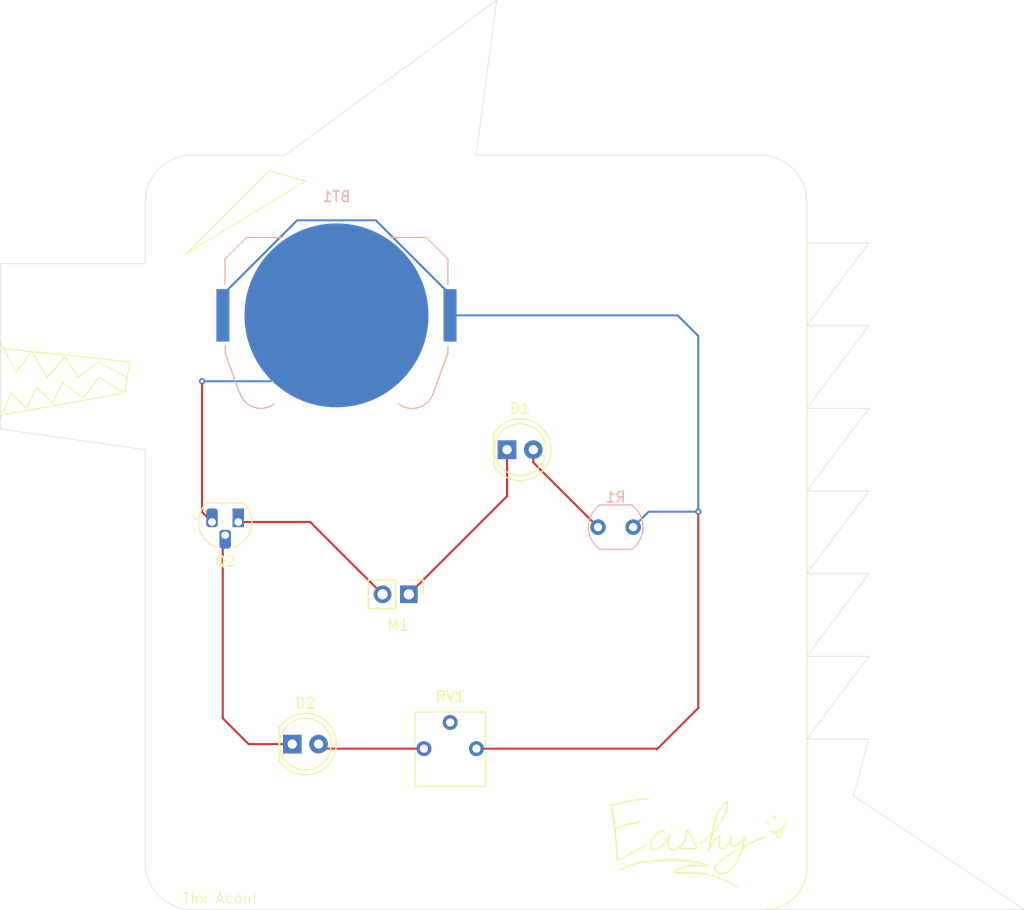
<source format=kicad_pcb>
(kicad_pcb (version 20241229) (generator "pcbnew") (generator_version "9.0")
  (layers (0 "F.Cu" signal) (2 "B.Cu" signal) (13 "F.Paste" user) (15 "B.Paste" user) (5 "F.SilkS" user "F.Silkscreen") (7 "B.SilkS" user "B.Silkscreen") (1 "F.Mask" user) (3 "B.Mask" user) (25 "Edge.Cuts" user))
  (net 0 "")
  (net 1 "Net-(BT1-+)")
  (net 2 "Net-(BT1--)")
  (net 3 "Net-(D1-K)")
  (net 4 "Net-(D1-A)")
  (net 5 "Net-(D2-K)")
  (net 6 "Net-(D2-A)")
  (net 8 "Net-(M1--)")
  (footprint "LED_THT:LED_D5.0mm" (layer "F.Cu") (at 142.225 122)
    (property "Reference" "D2" (at 1.27 -3.96 0) (layer "F.SilkS"))
    (property "Value" "LED")
    (fp_line (start -1.29 -1.545) (end -1.29 1.545) (stroke (width 0.12)) (layer "F.SilkS"))
    (fp_arc (start -1.29 -1.54483) (mid 2.071756 -2.880501) (end 4.26 -0.000048) (stroke (width 0.12)) (layer "F.SilkS"))
    (fp_arc (start 4.26 0.000048) (mid 2.071756 2.880501) (end -1.29 1.54483) (stroke (width 0.12)) (layer "F.SilkS"))
    (fp_circle (center 1.27 0) (end 3.77 0) (stroke (width 0.12)) (fill no) (layer "F.SilkS"))
    (pad "1" thru_hole rect (at 0 0) (size 1.8 1.8) (drill 0.9) (layers "*.Cu" "*.Mask") (net 5 "Net-(D2-K)"))
    (pad "2" thru_hole circle (at 2.54 0) (size 1.8 1.8) (drill 0.9) (layers "*.Cu" "*.Mask") (net 6 "Net-(D2-A)"))
  )
  (footprint "LED_THT:LED_D5.0mm" (layer "F.Cu") (at 163 93.5)
    (property "Reference" "D1" (at 1.27 -3.96 0) (layer "F.SilkS"))
    (property "Value" "LED")
    (fp_line (start -1.29 -1.545) (end -1.29 1.545) (stroke (width 0.12)) (layer "F.SilkS"))
    (fp_arc (start -1.29 -1.54483) (mid 2.071756 -2.880501) (end 4.26 -0.000048) (stroke (width 0.12)) (layer "F.SilkS"))
    (fp_arc (start 4.26 0.000048) (mid 2.071756 2.880501) (end -1.29 1.54483) (stroke (width 0.12)) (layer "F.SilkS"))
    (fp_circle (center 1.27 0) (end 3.77 0) (stroke (width 0.12)) (fill no) (layer "F.SilkS"))
    (pad "1" thru_hole rect (at 0 0) (size 1.8 1.8) (drill 0.9) (layers "*.Cu" "*.Mask") (net 3 "Net-(D1-K)"))
    (pad "2" thru_hole circle (at 2.54 0) (size 1.8 1.8) (drill 0.9) (layers "*.Cu" "*.Mask") (net 4 "Net-(D1-A)"))
  )
  (footprint "Potentiometer_THT:Potentiometer_Vishay_T73YP_Vertical" (layer "F.Cu") (at 160.04 122.44 90)
    (property "Reference" "RV1" (at 5.04 -2.54 180) (layer "F.SilkS"))
    (property "Value" "R_Potentiometer")
    (fp_line (start 3.55 -5.95) (end 3.55 0.87) (stroke (width 0.12)) (layer "F.SilkS"))
    (fp_line (start 0.382 -5.95) (end 3.55 -5.95) (stroke (width 0.12)) (layer "F.SilkS"))
    (fp_line (start -3.67 -5.95) (end -0.382 -5.95) (stroke (width 0.12)) (layer "F.SilkS"))
    (fp_line (start -3.67 -5.95) (end -3.67 0.87) (stroke (width 0.12)) (layer "F.SilkS"))
    (fp_line (start 0.382 0.87) (end 3.55 0.87) (stroke (width 0.12)) (layer "F.SilkS"))
    (fp_line (start -3.67 0.87) (end -0.382 0.87) (stroke (width 0.12)) (layer "F.SilkS"))
    (pad "1" thru_hole circle (at 0 0 90) (size 1.44 1.44) (drill 0.8) (layers "*.Cu" "*.Mask") (net 1 "Net-(BT1-+)"))
    (pad "2" thru_hole circle (at 2.54 -2.54 90) (size 1.44 1.44) (drill 0.8) (layers "*.Cu" "*.Mask"))
    (pad "3" thru_hole circle (at 0 -5.08 90) (size 1.44 1.44) (drill 0.8) (layers "*.Cu" "*.Mask") (net 6 "Net-(D2-A)"))
  )
  (footprint "Package_TO_SOT_THT:TO-92L_HandSolder" (layer "F.Cu") (at 137 100.5 180)
    (property "Reference" "Q2" (at 1.27 -3.8 0) (layer "F.SilkS"))
    (property "Value" "NPN")
    (fp_line (start -0.53 1.85) (end 3.07 1.85) (stroke (width 0.12)) (layer "F.SilkS"))
    (fp_arc (start 2.05 -2.45) (mid 3.769931 -0.601036) (end 3.078445 1.827684) (stroke (width 0.12)) (layer "F.SilkS"))
    (fp_arc (start -0.541453 1.842156) (mid -1.247298 -0.581475) (end 0.45 -2.45) (stroke (width 0.12)) (layer "F.SilkS"))
    (pad "1" thru_hole rect (at 0 0 180) (size 1.1 1.8) (drill 0.75 (offset 0 0.4)) (layers "*.Cu" "*.Mask") (net 8 "Net-(M1--)"))
    (pad "2" thru_hole roundrect (at 1.27 -1.27 180) (size 1.1 1.8) (drill 0.75 (offset 0 -0.4)) (layers "*.Cu" "*.Mask") (net 5 "Net-(D2-K)"))
    (pad "3" thru_hole roundrect (at 2.54 0 180) (size 1.1 1.8) (drill 0.75 (offset 0 0.4)) (layers "*.Cu" "*.Mask") (net 2 "Net-(BT1--)"))
  )
  (footprint "Connector_PinHeader_2.54mm:PinHeader_1x02_P2.54mm_Vertical" (layer "F.Cu") (at 153.5 107.5 -90)
    (property "Reference" "M1" (at 3 1.04 0) (layer "F.SilkS"))
    (property "Value" "Motor_DC")
    (fp_line (start -1.38 3.92) (end 1.38 3.92) (stroke (width 0.12)) (layer "F.SilkS"))
    (fp_line (start -1.38 1.27) (end -1.38 3.92) (stroke (width 0.12)) (layer "F.SilkS"))
    (fp_line (start -1.38 1.27) (end 1.38 1.27) (stroke (width 0.12)) (layer "F.SilkS"))
    (fp_line (start 1.38 1.27) (end 1.38 3.92) (stroke (width 0.12)) (layer "F.SilkS"))
    (fp_line (start -1.38 0) (end -1.38 -1.38) (stroke (width 0.12)) (layer "F.SilkS"))
    (fp_line (start -1.38 -1.38) (end 0 -1.38) (stroke (width 0.12)) (layer "F.SilkS"))
    (pad "1" thru_hole rect (at 0 0 270) (size 1.7 1.7) (drill 1) (layers "*.Cu" "*.Mask") (net 3 "Net-(D1-K)"))
    (pad "2" thru_hole circle (at 0 2.54 270) (size 1.7 1.7) (drill 1) (layers "*.Cu" "*.Mask") (net 8 "Net-(M1--)"))
  )
  (footprint "LOGO" (layer "F.Cu") (at 187.708512 136.533345)
    (property "Reference" "G***" (hide yes))
    (property "Value" "LOGO" (hide yes))
    (fp_poly (pts (xy 0.538517 -7.042367) (xy 0.623605 -6.959388) (xy 0.683189 -6.860902) (xy 0.6947 -6.808565) (xy 0.671473 -6.744429) (xy 0.605077 -6.751412) (xy 0.500445 -6.828331) (xy 0.463142 -6.864061) (xy 0.384494 -6.966384) (xy 0.374298 -7.040608) (xy 0.43288 -7.075828) (xy 0.456768 -7.077265)) (fill yes) (layer "F.SilkS"))
    (fp_poly (pts (xy 1.113663 -7.622103) (xy 1.20186 -7.565342) (xy 1.288943 -7.471345) (xy 1.354017 -7.368326) (xy 1.376189 -7.2845) (xy 1.373274 -7.271542) (xy 1.326789 -7.223161) (xy 1.261969 -7.207624) (xy 1.218606 -7.231295) (xy 1.215726 -7.246349) (xy 1.188393 -7.299179) (xy 1.119545 -7.386662) (xy 1.083493 -7.426731) (xy 1.006325 -7.531928) (xy 0.99166 -7.605862) (xy 1.037604 -7.636269)) (fill yes) (layer "F.SilkS"))
    (fp_poly (pts (xy 2.276568 -7.106103) (xy 2.334716 -7.04335) (xy 2.340986 -6.93207) (xy 2.301076 -6.788741) (xy 2.220683 -6.629842) (xy 2.105505 -6.471851) (xy 2.029434 -6.391353) (xy 1.941681 -6.30149) (xy 1.903471 -6.230238) (xy 1.903539 -6.140153) (xy 1.922375 -6.03548) (xy 1.942004 -5.886267) (xy 1.943067 -5.754626) (xy 1.936799 -5.712695) (xy 1.86601 -5.594307) (xy 1.736756 -5.514295) (xy 1.572601 -5.482531) (xy 1.428015 -5.499534) (xy 1.35019 -5.560188) (xy 1.289922 -5.679423) (xy 1.260265 -5.829099) (xy 1.259145 -5.863582) (xy 1.259145 -5.91546) (xy 1.389741 -5.91546) (xy 1.409978 -5.810936) (xy 1.452741 -5.716799) (xy 1.475599 -5.688503) (xy 1.554067 -5.630463) (xy 1.634916 -5.636996) (xy 1.670149 -5.651673) (xy 1.758587 -5.712472) (xy 1.799116 -5.770436) (xy 1.807023 -5.872111) (xy 1.78732 -5.989142) (xy 1.749179 -6.08969) (xy 1.701776 -6.141914) (xy 1.691553 -6.143761) (xy 1.649295 -6.117622) (xy 1.638322 -6.028961) (xy 1.640938 -5.98094) (xy 1.631772 -5.866629) (xy 1.593669 -5.815027) (xy 1.544364 -5.833053) (xy 1.501828 -5.926667) (xy 1.466962 -6.007986) (xy 1.431993 -6.035214) (xy 1.395816 -6.000257) (xy 1.389741 -5.91546) (xy 1.259145 -5.91546) (xy 1.259145 -5.991795) (xy 0.973304 -5.991795) (xy 0.811588 -5.99672) (xy 0.725533 -6.012939) (xy 0.704446 -6.042619) (xy 0.705384 -6.046069) (xy 0.758153 -6.07995) (xy 0.88345 -6.108129) (xy 1.026838 -6.124275) (xy 1.352074 -6.185284) (xy 1.647753 -6.309357) (xy 1.898533 -6.487282) (xy 2.089076 -6.709845) (xy 2.135384 -6.790078) (xy 2.185975 -6.901843) (xy 2.191682 -6.964046) (xy 2.164335 -6.994509) (xy 2.135355 -7.043295) (xy 2.165962 -7.091039) (xy 2.231996 -7.113723)) (fill yes) (layer "F.SilkS"))
    (fp_poly (pts (xy -8.035592 -3.371414) (xy -7.536642 -3.349124) (xy -7.095469 -3.311197) (xy -6.729915 -3.258022) (xy -6.428553 -3.195467) (xy -6.135539 -3.123477) (xy -5.862902 -3.046112) (xy -5.622673 -2.967431) (xy -5.42688 -2.891496) (xy -5.287553 -2.822367) (xy -5.21672 -2.764104) (xy -5.210257 -2.745067) (xy -5.219071 -2.722454) (xy -5.252726 -2.706417) (xy -5.322039 -2.696442) (xy -5.437827 -2.692015) (xy -5.610909 -2.692624) (xy -5.852102 -2.697755) (xy -6.075381 -2.704001) (xy -6.376463 -2.712224) (xy -6.60824 -2.716037) (xy -6.788179 -2.714363) (xy -6.93375 -2.706124) (xy -7.06242 -2.690244) (xy -7.191658 -2.665644) (xy -7.338932 -2.631248) (xy -7.36709 -2.624331) (xy -7.564165 -2.572829) (xy -7.742908 -2.520932) (xy -7.877441 -2.476394) (xy -7.923932 -2.457505) (xy -8.041664 -2.401073) (xy -8.191103 -2.328549) (xy -8.261217 -2.294251) (xy -8.468246 -2.19265) (xy -8.304636 -2.162588) (xy -8.212125 -2.153304) (xy -8.048679 -2.144802) (xy -7.830201 -2.137584) (xy -7.572594 -2.13215) (xy -7.29176 -2.129002) (xy -7.229231 -2.12867) (xy -6.915636 -2.124376) (xy -6.593718 -2.114765) (xy -6.287324 -2.100912) (xy -6.020303 -2.083894) (xy -5.81812 -2.06498) (xy -5.590559 -2.032604) (xy -5.337286 -1.988233) (xy -5.077147 -1.93608) (xy -4.828986 -1.880358) (xy -4.611646 -1.82528) (xy -4.443972 -1.775057) (xy -4.349704 -1.736722) (xy -4.278131 -1.700944) (xy -4.150606 -1.640606) (xy -3.990417 -1.566667) (xy -3.929402 -1.538905) (xy -3.75134 -1.456596) (xy -3.543579 -1.358042) (xy -3.323373 -1.251722) (xy -3.107975 -1.146113) (xy -2.914639 -1.049693) (xy -2.760618 -0.970939) (xy -2.663166 -0.918329) (xy -2.648548 -0.909552) (xy -2.559256 -0.864314) (xy -2.464018 -0.826006) (xy -2.381224 -0.775336) (xy -2.346269 -0.713921) (xy -2.365404 -0.666406) (xy -2.420599 -0.654782) (xy -2.503248 -0.677723) (xy -2.621463 -0.731303) (xy -2.670257 -0.757832) (xy -3.0134 -0.945173) (xy -3.385593 -1.132118) (xy -3.768494 -1.310625) (xy -4.143757 -1.472649) (xy -4.493041 -1.610146) (xy -4.798002 -1.715073) (xy -4.955377 -1.75989) (xy -5.173657 -1.8132) (xy -5.373868 -1.856492) (xy -5.569777 -1.891161) (xy -5.775148 -1.9186) (xy -6.00375 -1.940205) (xy -6.269348 -1.957371) (xy -6.585709 -1.971491) (xy -6.966599 -1.983961) (xy -7.24135 -1.991479) (xy -7.612718 -2.001658) (xy -7.906829 -2.01117) (xy -8.133249 -2.020777) (xy -8.301546 -2.03124) (xy -8.421289 -2.043322) (xy -8.502046 -2.057784) (xy -8.553383 -2.075388) (xy -8.58487 -2.096896) (xy -8.586597 -2.098587) (xy -8.631887 -2.175723) (xy -8.605496 -2.252801) (xy -8.502631 -2.336926) (xy -8.37983 -2.40519) (xy -7.986531 -2.58851) (xy -7.62749 -2.718902) (xy -7.27571 -2.802205) (xy -6.904193 -2.844258) (xy -6.485942 -2.850901) (xy -6.339146 -2.846552) (xy -5.709573 -2.822444) (xy -6.013505 -2.930225) (xy -6.45777 -3.057929) (xy -6.977474 -3.153886) (xy -7.567167 -3.217938) (xy -8.221399 -3.249928) (xy -8.934722 -3.249701) (xy -9.701686 -3.217099) (xy -10.516842 -3.151966) (xy -11.180343 -3.078758) (xy -11.530065 -3.035062) (xy -11.806848 -2.998526) (xy -12.024072 -2.966797) (xy -12.195111 -2.937526) (xy -12.333345 -2.908359) (xy -12.452149 -2.876947) (xy -12.564902 -2.840938) (xy -12.597146 -2.829734) (xy -12.801468 -2.750984) (xy -13.018843 -2.656043) (xy -13.228234 -2.555274) (xy -13.408607 -2.459041) (xy -13.538927 -2.377704) (xy -13.578068 -2.346493) (xy -13.677091 -2.273487) (xy -13.742502 -2.264838) (xy -13.763761 -2.314783) (xy -13.723454 -2.403277) (xy -13.610645 -2.505537) (xy -13.437506 -2.616057) (xy -13.216207 -2.729331) (xy -12.958919 -2.839853) (xy -12.677813 -2.942118) (xy -12.38506 -3.030619) (xy -12.09283 -3.099851) (xy -11.98359 -3.120107) (xy -11.467667 -3.197108) (xy -10.912655 -3.261015) (xy -10.332392 -3.311464) (xy -9.740717 -3.348091) (xy -9.151467 -3.370534) (xy -8.578479 -3.378429)) (fill yes) (layer "F.SilkS"))
    (fp_poly (pts (xy -10.962638 -9.311518) (xy -10.945955 -9.299261) (xy -10.945288 -9.280253) (xy -10.949968 -9.258211) (xy -10.968125 -9.227419) (xy -11.01774 -9.202715) (xy -11.111587 -9.181485) (xy -11.262436 -9.161116) (xy -11.483061 -9.138994) (xy -11.571541 -9.131025) (xy -11.901417 -9.099593) (xy -12.173713 -9.067668) (xy -12.417605 -9.030976) (xy -12.662269 -8.985242) (xy -12.873676 -8.940265) (xy -13.091806 -8.891719) (xy -13.269578 -8.850957) (xy -13.439449 -8.810224) (xy -13.633873 -8.761768) (xy -13.837793 -8.709965) (xy -14.035089 -8.662411) (xy -14.212191 -8.624723) (xy -14.345232 -8.60172) (xy -14.397618 -8.596923) (xy -14.514351 -8.596923) (xy -14.485388 -8.282137) (xy -14.462825 -8.078905) (xy -14.430647 -7.839669) (xy -14.395519 -7.613724) (xy -14.392883 -7.598291) (xy -14.354738 -7.368448) (xy -14.313222 -7.105472) (xy -14.276668 -6.862276) (xy -14.27323 -6.838462) (xy -14.249734 -6.670154) (xy -14.226682 -6.554531) (xy -14.19089 -6.488161) (xy -14.129171 -6.46761) (xy -14.028339 -6.489446) (xy -13.875207 -6.550236) (xy -13.656591 -6.646549) (xy -13.611796 -6.666283) (xy -13.418968 -6.736749) (xy -13.179837 -6.803879) (xy -12.934648 -6.85724) (xy -12.786838 -6.880117) (xy -12.418853 -6.941256) (xy -12.133662 -7.026182) (xy -11.973599 -7.105639) (xy -11.856674 -7.176445) (xy -11.794773 -7.200933) (xy -11.770513 -7.180728) (xy -11.766496 -7.124973) (xy -11.808467 -7.033079) (xy -11.928616 -6.946368) (xy -12.118304 -6.868324) (xy -12.368889 -6.802429) (xy -12.671729 -6.752166) (xy -12.700001 -6.748679) (xy -12.896429 -6.717041) (xy -13.112887 -6.669608) (xy -13.320618 -6.613867) (xy -13.490864 -6.557307) (xy -13.571266 -6.521814) (xy -13.745697 -6.438001) (xy -13.934697 -6.362094) (xy -14.084004 -6.314708) (xy -14.121553 -6.308275) (xy -14.150986 -6.303394) (xy -14.172362 -6.290548) (xy -14.185741 -6.260223) (xy -14.191181 -6.202904) (xy -14.18874 -6.109076) (xy -14.178479 -5.969225) (xy -14.160455 -5.773834) (xy -14.134728 -5.51339) (xy -14.101356 -5.178376) (xy -14.091643 -5.08) (xy -14.067433 -4.807033) (xy -14.047105 -4.526357) (xy -14.03245 -4.266643) (xy -14.025261 -4.056566) (xy -14.02483 -4.010812) (xy -14.021682 -3.816777) (xy -14.013765 -3.641047) (xy -14.002555 -3.512448) (xy -13.997776 -3.482125) (xy -13.971278 -3.349634) (xy -13.791537 -3.440832) (xy -13.679099 -3.500285) (xy -13.515646 -3.589717) (xy -13.325408 -3.695767) (xy -13.177608 -3.779379) (xy -12.965869 -3.897673) (xy -12.708832 -4.037757) (xy -12.438699 -4.18225) (xy -12.187671 -4.313772) (xy -12.183808 -4.315768) (xy -11.971707 -4.428167) (xy -11.777329 -4.536376) (xy -11.618865 -4.629904) (xy -11.514507 -4.698255) (xy -11.49663 -4.712148) (xy -11.382099 -4.796274) (xy -11.315578 -4.81294) (xy -11.291471 -4.763001) (xy -11.291292 -4.743505) (xy -11.310932 -4.681956) (xy -11.371806 -4.612995) (xy -11.482519 -4.530612) (xy -11.651678 -4.428803) (xy -11.887888 -4.30156) (xy -12.027009 -4.229992) (xy -12.273924 -4.101466) (xy -12.557305 -3.949529) (xy -12.838846 -3.794925) (xy -13.040528 -3.681243) (xy -13.229857 -3.573724) (xy -13.391365 -3.483784) (xy -13.510605 -3.419337) (xy -13.573125 -3.388295) (xy -13.578461 -3.386667) (xy -13.625453 -3.365677) (xy -13.722235 -3.311429) (xy -13.813885 -3.256411) (xy -13.938753 -3.185025) (xy -14.038425 -3.137742) (xy -14.0792 -3.126223) (xy -14.103245 -3.15274) (xy -14.121202 -3.237912) (xy -14.134041 -3.390276) (xy -14.142734 -3.61837) (xy -14.144652 -3.701522) (xy -14.159088 -4.089286) (xy -14.186751 -4.542588) (xy -14.225667 -5.041469) (xy -14.273864 -5.565969) (xy -14.329367 -6.096131) (xy -14.390202 -6.611994) (xy -14.454398 -7.0936) (xy -14.519979 -7.520989) (xy -14.525671 -7.554872) (xy -14.561948 -7.77947) (xy -14.598483 -8.022529) (xy -14.627733 -8.233746) (xy -14.629229 -8.245382) (xy -14.655639 -8.405202) (xy -14.687408 -8.530028) (xy -14.71821 -8.595735) (xy -14.721903 -8.598733) (xy -14.758009 -8.64743) (xy -14.721762 -8.691516) (xy -14.627474 -8.720841) (xy -14.540806 -8.72718) (xy -14.420668 -8.734697) (xy -14.260615 -8.75879) (xy -14.048881 -8.801767) (xy -13.773696 -8.865937) (xy -13.546667 -8.922265) (xy -13.361771 -8.967694) (xy -13.16774 -9.013549) (xy -13.09077 -9.03109) (xy -12.9276 -9.068699) (xy -12.771418 -9.106425) (xy -12.721655 -9.119019) (xy -12.622726 -9.13819) (xy -12.458396 -9.163086) (xy -12.249668 -9.19079) (xy -12.017547 -9.218386) (xy -11.961826 -9.224545) (xy -11.638014 -9.259821) (xy -11.390513 -9.286339) (xy -11.209274 -9.304434) (xy -11.084248 -9.314439) (xy -11.005386 -9.316689)) (fill yes) (layer "F.SilkS"))
    (fp_poly (pts (xy -7.234794 -6.333737) (xy -7.151789 -6.221781) (xy -7.042717 -6.036693) (xy -6.903077 -5.775366) (xy -6.900163 -5.769766) (xy -6.793457 -5.564022) (xy -6.693111 -5.369447) (xy -6.61041 -5.207989) (xy -6.556695 -5.10171) (xy -6.478542 -4.950465) (xy -6.396651 -4.800542) (xy -6.383062 -4.776746) (xy -6.307393 -4.595635) (xy -6.309625 -4.446802) (xy -6.337331 -4.38675) (xy -6.404604 -4.351345) (xy -6.542068 -4.330909) (xy -6.734306 -4.325865) (xy -6.965898 -4.336634) (xy -7.2148 -4.362752) (xy -7.446922 -4.373329) (xy -7.701634 -4.352757) (xy -7.751761 -4.344805) (xy -7.933204 -4.318071) (xy -8.037458 -4.316396) (xy -8.070978 -4.341494) (xy -8.040215 -4.395081) (xy -8.020246 -4.41614) (xy -7.970988 -4.449432) (xy -7.89208 -4.470705) (xy -7.766766 -4.482116) (xy -7.578288 -4.485819) (xy -7.480096 -4.485617) (xy -7.251595 -4.482915) (xy -7.022303 -4.477888) (xy -6.826408 -4.471383) (xy -6.743665 -4.467388) (xy -6.598048 -4.463748) (xy -6.489071 -4.469868) (xy -6.445157 -4.48191) (xy -6.444873 -4.53514) (xy -6.479826 -4.633202) (xy -6.500875 -4.676571) (xy -6.553157 -4.777955) (xy -6.63407 -4.936057) (xy -6.733014 -5.130119) (xy -6.839392 -5.339387) (xy -6.85098 -5.362222) (xy -6.954302 -5.562967) (xy -7.048996 -5.741681) (xy -7.12558 -5.880824) (xy -7.174569 -5.962857) (xy -7.179599 -5.970033) (xy -7.225575 -6.024486) (xy -7.250507 -6.011675) (xy -7.272967 -5.926614) (xy -7.345362 -5.617309) (xy -7.408133 -5.38225) (xy -7.46456 -5.209813) (xy -7.497884 -5.129059) (xy -7.586421 -4.956851) (xy -7.687447 -4.791881) (xy -7.788324 -4.651669) (xy -7.876413 -4.553733) (xy -7.939076 -4.515593) (xy -7.940473 -4.515556) (xy -8.013584 -4.493072) (xy -8.130974 -4.434511) (xy -8.249573 -4.36359) (xy -8.412721 -4.270084) (xy -8.550449 -4.223701) (xy -8.69379 -4.211624) (xy -8.825869 -4.21802) (xy -8.905554 -4.248084) (xy -8.966979 -4.318129) (xy -8.98902 -4.352735) (xy -9.06544 -4.50605) (xy -9.134673 -4.694281) (xy -9.18502 -4.880703) (xy -9.204783 -5.028587) (xy -9.204787 -5.030152) (xy -9.210626 -5.076275) (xy -9.235344 -5.081206) (xy -9.289745 -5.037818) (xy -9.384633 -4.938982) (xy -9.447454 -4.870062) (xy -9.600552 -4.715254) (xy -9.773 -4.562459) (xy -9.928637 -4.443624) (xy -9.935053 -4.43933) (xy -10.07935 -4.349567) (xy -10.194767 -4.300624) (xy -10.321275 -4.280401) (xy -10.472056 -4.276752) (xy -10.660088 -4.284963) (xy -10.784057 -4.318944) (xy -10.855429 -4.392715) (xy -10.88567 -4.520298) (xy -10.886246 -4.715714) (xy -10.88296 -4.779223) (xy -10.847868 -5.048343) (xy -10.769196 -5.286888) (xy -10.636215 -5.518272) (xy -10.438194 -5.765906) (xy -10.422972 -5.782949) (xy -10.237125 -5.969812) (xy -10.065329 -6.092466) (xy -9.883782 -6.164852) (xy -9.718601 -6.19557) (xy -9.584613 -6.204492) (xy -9.496668 -6.182941) (xy -9.416246 -6.120195) (xy -9.403814 -6.107932) (xy -9.324552 -6.007155) (xy -9.293152 -5.921124) (xy -9.314201 -5.869296) (xy -9.345898 -5.862289) (xy -9.410364 -5.891999) (xy -9.495279 -5.963484) (xy -9.504367 -5.972857) (xy -9.598294 -6.048723) (xy -9.695086 -6.061853) (xy -9.73524 -6.054853) (xy -9.927915 -5.992089) (xy -10.102749 -5.885979) (xy -10.279205 -5.722683) (xy -10.403991 -5.579317) (xy -10.559721 -5.374182) (xy -10.660941 -5.196221) (xy -10.720206 -5.017444) (xy -10.750074 -4.809861) (xy -10.750278 -4.807409) (xy -10.758135 -4.625178) (xy -10.738977 -4.5099) (xy -10.683709 -4.443559) (xy -10.583233 -4.408139) (xy -10.545191 -4.401216) (xy -10.34922 -4.411633) (xy -10.127101 -4.499447) (xy -9.885038 -4.661473) (xy -9.675986 -4.847508) (xy -9.450878 -5.091192) (xy -9.28946 -5.321057) (xy -9.176525 -5.559568) (xy -9.157144 -5.614044) (xy -9.095812 -5.757878) (xy -9.032634 -5.841647) (xy -9.006696 -5.855001) (xy -8.95741 -5.851598) (xy -8.951962 -5.7976) (xy -8.962822 -5.746454) (xy -9.027439 -5.438299) (xy -9.053634 -5.183972) (xy -9.042093 -4.959771) (xy -8.993502 -4.741991) (xy -8.992016 -4.737073) (xy -8.938048 -4.581293) (xy -8.882369 -4.455461) (xy -8.836807 -4.386219) (xy -8.835848 -4.3854) (xy -8.73599 -4.35111) (xy -8.59863 -4.359992) (xy -8.457787 -4.405969) (xy -8.359951 -4.470418) (xy -8.278487 -4.534171) (xy -8.221478 -4.558975) (xy -8.171072 -4.590285) (xy -8.090748 -4.670323) (xy -8.0377 -4.73265) (xy -7.946782 -4.832228) (xy -7.868468 -4.895056) (xy -7.838242 -4.906325) (xy -7.776181 -4.946493) (xy -7.704315 -5.056756) (xy -7.628276 -5.221756) (xy -7.553695 -5.426134) (xy -7.486201 -5.65453) (xy -7.431425 -5.891585) (xy -7.396106 -6.112418) (xy -7.372386 -6.261903) (xy -7.340593 -6.35069) (xy -7.296228 -6.375671)) (fill yes) (layer "F.SilkS"))
    (fp_poly (pts (xy -3.353024 -8.613813) (xy -3.369209 -8.380051) (xy -3.397282 -8.195761) (xy -3.445065 -8.023673) (xy -3.516024 -7.837094) (xy -3.650674 -7.544015) (xy -3.819921 -7.229083) (xy -4.011733 -6.910745) (xy -4.214079 -6.607448) (xy -4.414926 -6.337638) (xy -4.602242 -6.119764) (xy -4.696025 -6.02796) (xy -4.753721 -5.932637) (xy -4.807466 -5.756358) (xy -4.840665 -5.593771) (xy -4.876234 -5.404208) (xy -4.912835 -5.228467) (xy -4.943634 -5.098986) (xy -4.948848 -5.080287) (xy -4.983076 -4.950272) (xy -4.985686 -4.894791) (xy -4.953157 -4.913947) (xy -4.881968 -5.007839) (xy -4.830204 -5.083694) (xy -4.714565 -5.237024) (xy -4.577437 -5.390253) (xy -4.434306 -5.529238) (xy -4.300653 -5.639836) (xy -4.191962 -5.707904) (xy -4.131505 -5.721912) (xy -4.082129 -5.669076) (xy -4.062472 -5.538316) (xy -4.072615 -5.333332) (xy -4.112638 -5.057822) (xy -4.116454 -5.036581) (xy -4.141939 -4.879256) (xy -4.146188 -4.779024) (xy -4.12716 -4.708291) (xy -4.087535 -4.645812) (xy -3.990033 -4.551824) (xy -3.891909 -4.496146) (xy -3.821386 -4.480176) (xy -3.756224 -4.497146) (xy -3.673659 -4.558057) (xy -3.577407 -4.648112) (xy -3.482122 -4.75897) (xy -3.375185 -4.911546) (xy -3.269197 -5.083969) (xy -3.176753 -5.254371) (xy -3.110451 -5.400881) (xy -3.08289 -5.50163) (xy -3.082736 -5.506864) (xy -3.05466 -5.564168) (xy -2.994188 -5.616728) (xy -2.936952 -5.636629) (xy -2.924436 -5.630874) (xy -2.918659 -5.578085) (xy -2.928827 -5.465298) (xy -2.951433 -5.324347) (xy -2.981665 -5.070401) (xy -2.963241 -4.887721) (xy -2.89635 -4.776591) (xy -2.781181 -4.737299) (xy -2.61792 -4.770129) (xy -2.593431 -4.779604) (xy -2.411232 -4.874932) (xy -2.247771 -5.011002) (xy -2.092403 -5.19994) (xy -1.934482 -5.45387) (xy -1.831625 -5.647284) (xy -1.769768 -5.746545) (xy -1.712137 -5.804706) (xy -1.704189 -5.808298) (xy -1.666169 -5.793267) (xy -1.652217 -5.71343) (xy -1.662566 -5.563798) (xy -1.697452 -5.339379) (xy -1.735453 -5.14079) (xy -1.770366 -4.960733) (xy -1.795958 -4.815994) (xy -1.809073 -4.725228) (xy -1.809342 -4.703929) (xy -1.769414 -4.718649) (xy -1.675712 -4.768401) (xy -1.548299 -4.842516) (xy -1.544825 -4.844607) (xy -1.382478 -4.934192) (xy -1.177207 -5.036052) (xy -0.967195 -5.131449) (xy -0.917346 -5.152542) (xy -0.572718 -5.295422) (xy -0.299828 -5.407418) (xy -0.090316 -5.491195) (xy 0.064174 -5.549418) (xy 0.172 -5.584751) (xy 0.241521 -5.599861) (xy 0.281095 -5.597412) (xy 0.299078 -5.58007) (xy 0.303831 -5.550498) (xy 0.303931 -5.541963) (xy 0.265782 -5.499036) (xy 0.163122 -5.438131) (xy 0.013625 -5.369299) (xy -0.032565 -5.350624) (xy -0.391597 -5.206729) (xy -0.724949 -5.067804) (xy -1.020326 -4.939272) (xy -1.265435 -4.826554) (xy -1.447982 -4.735073) (xy -1.517304 -4.69575) (xy -1.643033 -4.621977) (xy -1.746643 -4.566354) (xy -1.784275 -4.549244) (xy -1.830713 -4.49704) (xy -1.890208 -4.380964) (xy -1.952905 -4.220904) (xy -1.965738 -4.183014) (xy -2.075683 -3.858796) (xy -2.168271 -3.607379) (xy -2.247983 -3.417517) (xy -2.319297 -3.277965) (xy -2.339616 -3.244397) (xy -2.41937 -3.112639) (xy -2.505342 -2.96277) (xy -2.52301 -2.930769) (xy -2.643251 -2.756046) (xy -2.816382 -2.561339) (xy -3.019174 -2.368458) (xy -3.228397 -2.199213) (xy -3.420823 -2.075415) (xy -3.449639 -2.060728) (xy -3.649582 -1.984021) (xy -3.864849 -1.934571) (xy -4.069988 -1.915364) (xy -4.239544 -1.929386) (xy -4.320172 -1.958625) (xy -4.498154 -2.0956) (xy -4.607948 -2.268576) (xy -4.645854 -2.388207) (xy -4.672206 -2.521333) (xy -4.671818 -2.527447) (xy -4.518886 -2.527447) (xy -4.489483 -2.360336) (xy -4.386404 -2.200368) (xy -4.324808 -2.141528) (xy -4.22928 -2.074209) (xy -4.131714 -2.046484) (xy -3.992914 -2.048144) (xy -3.972471 -2.049763) (xy -3.794001 -2.081961) (xy -3.606504 -2.141274) (xy -3.54355 -2.16856) (xy -3.359832 -2.280737) (xy -3.154742 -2.442542) (xy -2.954078 -2.630693) (xy -2.783634 -2.821904) (xy -2.713587 -2.91771) (xy -2.61675 -3.064466) (xy -2.520004 -3.211603) (xy -2.489962 -3.257442) (xy -2.447967 -3.336991) (xy -2.389204 -3.468146) (xy -2.3203 -3.633621) (xy -2.247883 -3.81613) (xy -2.17858 -3.99839) (xy -2.11902 -4.163114) (xy -2.075829 -4.293017) (xy -2.055635 -4.370813) (xy -2.057512 -4.385299) (xy -2.103734 -4.365015) (xy -2.20965 -4.309912) (xy -2.359763 -4.228616) (xy -2.538579 -4.129753) (xy -2.7306 -4.021949) (xy -2.920333 -3.913829) (xy -3.092282 -3.81402) (xy -3.212992 -3.742091) (xy -3.561011 -3.516851) (xy -3.873167 -3.287173) (xy -4.138054 -3.062651) (xy -4.344263 -2.85288) (xy -4.47011 -2.684863) (xy -4.518886 -2.527447) (xy -4.671818 -2.527447) (xy -4.666261 -2.615112) (xy -4.620983 -2.71328) (xy -4.583787 -2.773889) (xy -4.40599 -3.005389) (xy -4.156461 -3.248751) (xy -3.832559 -3.505947) (xy -3.431642 -3.778952) (xy -2.951069 -4.06974) (xy -2.551112 -4.292928) (xy -2.337332 -4.409712) (xy -2.186617 -4.497817) (xy -2.085649 -4.569868) (xy -2.021108 -4.638493) (xy -1.979674 -4.716317) (xy -1.948029 -4.815965) (xy -1.930973 -4.880784) (xy -1.890011 -5.060488) (xy -1.881414 -5.160313) (xy -1.905625 -5.181136) (xy -1.963087 -5.123835) (xy -2.015902 -5.049012) (xy -2.196816 -4.839331) (xy -2.414899 -4.690009) (xy -2.652336 -4.61167) (xy -2.764934 -4.602393) (xy -2.934421 -4.623234) (xy -3.040397 -4.692721) (xy -3.097338 -4.821303) (xy -3.102494 -4.846066) (xy -3.132358 -5.005255) (xy -3.196819 -4.879807) (xy -3.2617 -4.782054) (xy -3.365058 -4.654982) (xy -3.463453 -4.54812) (xy -3.592129 -4.427649) (xy -3.692912 -4.363653) (xy -3.788838 -4.342274) (xy -3.806326 -4.341881) (xy -4.009433 -4.374957) (xy -4.158903 -4.475498) (xy -4.235723 -4.59185) (xy -4.270429 -4.701688) (xy -4.280083 -4.842832) (xy -4.263822 -5.029521) (xy -4.220784 -5.275993) (xy -4.183859 -5.44906) (xy -4.15481 -5.579317) (xy -4.367747 -5.386735) (xy -4.522634 -5.22536) (xy -4.685827 -5.020135) (xy -4.841189 -4.795032) (xy -4.972584 -4.574023) (xy -5.063879 -4.381079) (xy -5.083919 -4.322774) (xy -5.13758 -4.192856) (xy -5.196918 -4.129716) (xy -5.252137 -4.140062) (xy -5.280668 -4.188024) (xy -5.288698 -4.222771) (xy -5.288069 -4.274303) (xy -5.276417 -4.354022) (xy -5.251378 -4.47333) (xy -5.210588 -4.64363) (xy -5.151684 -4.876326) (xy -5.082809 -5.142446) (xy -5.032319 -5.34512) (xy -4.99331 -5.518515) (xy -4.969516 -5.644745) (xy -4.964672 -5.705922) (xy -4.964971 -5.706891) (xy -5.00051 -5.697812) (xy -5.083267 -5.637174) (xy -5.199872 -5.535623) (xy -5.302361 -5.438168) (xy -5.522053 -5.225849) (xy -5.692894 -5.07012) (xy -5.824679 -4.963534) (xy -5.927207 -4.898641) (xy -6.010274 -4.867993) (xy -6.059014 -4.862906) (xy -6.112066 -4.883216) (xy -6.094984 -4.938564) (xy -6.012847 -5.020577) (xy -5.923343 -5.086683) (xy -5.809566 -5.174038) (xy -5.664786 -5.300214) (xy -5.502283 -5.451825) (xy -5.335339 -5.615486) (xy -5.177235 -5.777809) (xy -5.041253 -5.925409) (xy -4.940673 -6.044899) (xy -4.888778 -6.122892) (xy -4.885253 -6.132984) (xy -4.864585 -6.223896) (xy -4.847485 -6.300228) (xy -4.713714 -6.300228) (xy -4.705125 -6.270887) (xy -4.656254 -6.302582) (xy -4.575907 -6.384716) (xy -4.472892 -6.506694) (xy -4.356017 -6.657922) (xy -4.234089 -6.827802) (xy -4.115915 -7.005741) (xy -4.081395 -7.060924) (xy -3.987481 -7.217471) (xy -3.914016 -7.347511) (xy -3.871141 -7.432686) (xy -3.864274 -7.453864) (xy -3.836868 -7.517296) (xy -3.815035 -7.543325) (xy -3.744305 -7.648248) (xy -3.669274 -7.815022) (xy -3.597816 -8.01952) (xy -3.537807 -8.237614) (xy -3.497121 -8.445174) (xy -3.485332 -8.553505) (xy -3.464437 -8.879146) (xy -3.599897 -8.72718) (xy -3.712214 -8.59334) (xy -3.830072 -8.441505) (xy -3.86442 -8.394477) (xy -3.944647 -8.288251) (xy -4.007359 -8.216065) (xy -4.028003 -8.199092) (xy -4.08763 -8.139658) (xy -4.16459 -8.013671) (xy -4.251563 -7.837844) (xy -4.341227 -7.628888) (xy -4.426259 -7.403515) (xy -4.499338 -7.178436) (xy -4.538525 -7.033846) (xy -4.599143 -6.784057) (xy -4.655925 -6.546885) (xy -4.7016 -6.352781) (xy -4.713714 -6.300228) (xy -4.847485 -6.300228) (xy -4.832234 -6.368307) (xy -4.795296 -6.53453) (xy -4.689094 -6.983323) (xy -4.584537 -7.364052) (xy -4.483242 -7.671619) (xy -4.386825 -7.900922) (xy -4.330419 -8.001224) (xy -4.277439 -8.093589) (xy -4.255047 -8.155481) (xy -4.255043 -8.155891) (xy -4.22506 -8.212652) (xy -4.182676 -8.255111) (xy -4.111664 -8.327555) (xy -4.023464 -8.435002) (xy -3.998146 -8.468909) (xy -3.803199 -8.719393) (xy -3.63749 -8.895111) (xy -3.503087 -8.99399) (xy -3.455925 -9.012245) (xy -3.332664 -9.043182)) (fill yes) (layer "F.SilkS"))
  )
  (footprint "OptoDevice:R_LDR_5.1x4.3mm_P3.4mm_Vertical" (layer "B.Cu") (at 175.2 101 180)
    (property "Reference" "R1" (at 1.7 2.9 0) (layer "B.SilkS") (effects (justify mirror)))
    (property "Value" "R_Photo" (hide yes))
    (fp_line (start 0.15 2.15) (end 3.2 2.15) (stroke (width 0.12)) (layer "B.SilkS"))
    (fp_line (start 0.15 -2.15) (end 3.2 -2.15) (stroke (width 0.12)) (layer "B.SilkS"))
    (fp_arc (start 3.244513 -2.118249) (mid 4.321403 0.027338) (end 3.2 2.15) (stroke (width 0.12)) (layer "B.SilkS"))
    (fp_arc (start 0.171766 2.165525) (mid -0.950438 0.013368) (end 0.15 -2.15) (stroke (width 0.12)) (layer "B.SilkS"))
    (pad "1" thru_hole circle (at 0 0 180) (size 1.5 1.5) (drill 0.8) (layers "*.Cu" "*.Mask") (net 1 "Net-(BT1-+)"))
    (pad "2" thru_hole circle (at 3.4 0 180) (size 1.5 1.5) (drill 0.8) (layers "*.Cu" "*.Mask") (net 4 "Net-(D1-A)"))
  )
  (footprint "Battery:BatteryHolder_Keystone_3034_1x20mm" (layer "B.Cu") (at 146.5 80.5 180)
    (property "Reference" "BT1" (at 0 11.5 0) (layer "B.SilkS") (effects (justify mirror)))
    (property "Value" "Battery_Cell")
    (fp_line (start 10.78 5.46) (end 10.78 3) (stroke (width 0.12)) (layer "B.SilkS"))
    (fp_line (start 10.78 -3) (end 10.78 -3.63) (stroke (width 0.12)) (layer "B.SilkS"))
    (fp_line (start 10.78 -3.63) (end 9.34 -7.58) (stroke (width 0.12)) (layer "B.SilkS"))
    (fp_line (start 8.7 7.54) (end 10.78 5.46) (stroke (width 0.12)) (layer "B.SilkS"))
    (fp_line (start 8.7 7.54) (end 5.2 7.54) (stroke (width 0.12)) (layer "B.SilkS"))
    (fp_line (start -5.2 7.54) (end -8.7 7.54) (stroke (width 0.12)) (layer "B.SilkS"))
    (fp_line (start -8.7 7.54) (end -10.78 5.46) (stroke (width 0.12)) (layer "B.SilkS"))
    (fp_line (start -10.78 5.46) (end -10.78 3) (stroke (width 0.12)) (layer "B.SilkS"))
    (fp_line (start -10.78 -3) (end -10.78 -3.63) (stroke (width 0.12)) (layer "B.SilkS"))
    (fp_line (start -10.78 -3.63) (end -9.34 -7.58) (stroke (width 0.12)) (layer "B.SilkS"))
    (fp_arc (start 6 -8.55) (mid 7.90634 -8.911669) (end 9.325243 -7.588169) (stroke (width 0.12)) (layer "B.SilkS"))
    (fp_arc (start -9.34 -7.58) (mid -7.921654 -8.918738) (end -6.003354 -8.56653) (stroke (width 0.12)) (layer "B.SilkS"))
    (pad "1" smd rect (at -10.985 0 180) (size 1.27 5.08) (layers "B.Cu" "B.Mask" "B.Paste") (net 1 "Net-(BT1-+)"))
    (pad "1" smd rect (at 10.985 0 180) (size 1.27 5.08) (layers "B.Cu" "B.Mask" "B.Paste") (net 1 "Net-(BT1-+)"))
    (pad "2" smd circle (at 0 0 180) (size 17.8 17.8) (layers "B.Cu" "B.Mask") (net 2 "Net-(BT1--)"))
  )
  (gr_line (start 115.5 86) (end 117 84) (stroke (width 0.1)) (layer "F.SilkS"))
  (gr_line (start 115 88) (end 116.5 89.5) (stroke (width 0.1)) (layer "F.SilkS"))
  (gr_line (start 126 88) (end 114.146447 90.146447) (stroke (width 0.1)) (layer "F.SilkS"))
  (gr_line (start 192 73.5) (end 192 133.5) (stroke (width 0.1)) (layer "F.SilkS"))
  (gr_line (start 119 89) (end 120 87) (stroke (width 0.1)) (layer "F.SilkS"))
  (gr_line (start 122 88.5) (end 123.5 86.5) (stroke (width 0.1)) (layer "F.SilkS"))
  (gr_arc (start 114 90.5) (mid 114.03806 90.308658) (end 114.146447 90.146447) (stroke (width 0.1)) (layer "F.SilkS"))
  (gr_line (start 117.5 87.5) (end 119 89) (stroke (width 0.1)) (layer "F.SilkS"))
  (gr_line (start 132 74.5) (end 140 66.5) (stroke (width 0.1)) (layer "F.SilkS"))
  (gr_line (start 123.5 86.5) (end 126 88) (stroke (width 0.1)) (layer "F.SilkS"))
  (gr_line (start 114.292894 83.707107) (end 115.5 86) (stroke (width 0.1)) (layer "F.SilkS"))
  (gr_arc (start 114.292893 83.707107) (mid 114.07612 83.382684) (end 114 83) (stroke (width 0.1)) (layer "F.SilkS"))
  (gr_arc (start 192 134) (mid 190.828427 136.828427) (end 188 138) (stroke (width 0.1)) (layer "F.SilkS"))
  (gr_line (start 123.5 85) (end 126.25 86.5) (stroke (width 0.1)) (layer "F.SilkS"))
  (gr_line (start 114.292893 83.707105) (end 126.5 85) (stroke (width 0.1)) (layer "F.SilkS"))
  (gr_line (start 116.5 89.5) (end 117.5 87.5) (stroke (width 0.1)) (layer "F.SilkS"))
  (gr_line (start 117 84) (end 118.5 86.5) (stroke (width 0.1)) (layer "F.SilkS"))
  (gr_line (start 140 66.5) (end 143.5 67.5) (stroke (width 0.1)) (layer "F.SilkS"))
  (gr_line (start 121.5 86.5) (end 123.5 85) (stroke (width 0.1)) (layer "F.SilkS"))
  (gr_line (start 114.146447 90.146447) (end 115 88) (stroke (width 0.1)) (layer "F.SilkS"))
  (gr_line (start 192 134) (end 192 133.5) (stroke (width 0.1)) (layer "F.SilkS"))
  (gr_line (start 120 87) (end 122 88.5) (stroke (width 0.1)) (layer "F.SilkS"))
  (gr_line (start 120.25 84.5) (end 121.5 86.5) (stroke (width 0.1)) (layer "F.SilkS"))
  (gr_line (start 126 88) (end 126.5 85) (stroke (width 0.1)) (layer "F.SilkS"))
  (gr_line (start 118.5 86.5) (end 120.25 84.5) (stroke (width 0.1)) (layer "F.SilkS"))
  (gr_line (start 143.5 67.5) (end 132 74.5) (stroke (width 0.1)) (layer "F.SilkS"))
  (gr_line (start 192 97.5) (end 198 97.5) (stroke (width 0.05)) (layer "Edge.Cuts"))
  (gr_line (start 192 121.5) (end 198 121.5) (stroke (width 0.05)) (layer "Edge.Cuts"))
  (gr_line (start 162 50) (end 160 65) (stroke (width 0.05)) (layer "Edge.Cuts"))
  (gr_arc (start 128 69.5) (mid 129.318019 66.318019) (end 132.5 65) (stroke (width 0.05)) (layer "Edge.Cuts"))
  (gr_line (start 192 105.5) (end 198 105.5) (stroke (width 0.05)) (layer "Edge.Cuts"))
  (gr_line (start 114 83) (end 114 75.5) (stroke (width 0.05)) (layer "Edge.Cuts"))
  (gr_arc (start 132.5 138) (mid 129.318019 136.681981) (end 128 133.5) (stroke (width 0.05)) (layer "Edge.Cuts"))
  (gr_line (start 132.5 65) (end 141.5 65) (stroke (width 0.05)) (layer "Edge.Cuts"))
  (gr_line (start 128 133.5) (end 128 93.5) (stroke (width 0.05)) (layer "Edge.Cuts"))
  (gr_line (start 128 75.5) (end 128 69.5) (stroke (width 0.05)) (layer "Edge.Cuts"))
  (gr_line (start 132.5 138) (end 187.5 138) (stroke (width 0.05)) (layer "Edge.Cuts"))
  (gr_line (start 128 75.5) (end 114 75.5) (stroke (width 0.05)) (layer "Edge.Cuts"))
  (gr_line (start 213 138) (end 187.5 138) (stroke (width 0.05)) (layer "Edge.Cuts"))
  (gr_arc (start 187.5 65) (mid 190.681981 66.318019) (end 192 69.5) (stroke (width 0.05)) (layer "Edge.Cuts"))
  (gr_line (start 160 65) (end 187.5 65) (stroke (width 0.05)) (layer "Edge.Cuts"))
  (gr_line (start 198 113.5) (end 192 121.5) (stroke (width 0.05)) (layer "Edge.Cuts"))
  (gr_line (start 114 91.5) (end 128 93.5) (stroke (width 0.05)) (layer "Edge.Cuts"))
  (gr_line (start 198 121.5) (end 196.5 127) (stroke (width 0.05)) (layer "Edge.Cuts"))
  (gr_line (start 192 73.5) (end 192 69.5) (stroke (width 0.05)) (layer "Edge.Cuts"))
  (gr_line (start 196.5 127) (end 213 138) (stroke (width 0.05)) (layer "Edge.Cuts"))
  (gr_line (start 192 113.5) (end 198 113.5) (stroke (width 0.05)) (layer "Edge.Cuts"))
  (gr_line (start 114 91.5) (end 114 90.5) (stroke (width 0.05)) (layer "Edge.Cuts"))
  (gr_line (start 198 97.5) (end 192 105.5) (stroke (width 0.05)) (layer "Edge.Cuts"))
  (gr_line (start 198 73.5) (end 192 81.5) (stroke (width 0.05)) (layer "Edge.Cuts"))
  (gr_line (start 114 90.5) (end 114 83) (stroke (width 0.05)) (layer "Edge.Cuts"))
  (gr_line (start 192 89.5) (end 198 89.5) (stroke (width 0.05)) (layer "Edge.Cuts"))
  (gr_line (start 141.5 65) (end 162 50) (stroke (width 0.05)) (layer "Edge.Cuts"))
  (gr_line (start 192 81.5) (end 198 81.5) (stroke (width 0.05)) (layer "Edge.Cuts"))
  (gr_line (start 192 73.5) (end 198 73.5) (stroke (width 0.05)) (layer "Edge.Cuts"))
  (gr_line (start 198 105.5) (end 192 113.5) (stroke (width 0.05)) (layer "Edge.Cuts"))
  (gr_line (start 198 81.5) (end 192 89.5) (stroke (width 0.05)) (layer "Edge.Cuts"))
  (gr_line (start 198 89.5) (end 192 97.5) (stroke (width 0.05)) (layer "Edge.Cuts"))
  (gr_text "Thx Acon!" (at 131.5 137.5 0) (layer "F.SilkS") (effects (font (size 1 1) (thickness 0.1)) (justify left bottom)))
  (segment (start 177.5 122.5) (end 177.44 122.44) (width 0.2) (layer "F.Cu") (net 1))
  (segment (start 177.44 122.44) (end 160.04 122.44) (width 0.2) (layer "F.Cu") (net 1))
  (segment (start 181.5 118.5) (end 177.5 122.5) (width 0.2) (layer "F.Cu") (net 1))
  (segment (start 181.5 101) (end 181.5 118.5) (width 0.2) (layer "F.Cu") (net 1))
  (segment (start 181.5 99.5) (end 181.5 101) (width 0.2) (layer "F.Cu") (net 1))
  (via (at 181.5 99.5) (size 0.6) (drill 0.3) (layers "F.Cu" "B.Cu") (net 1))
  (segment (start 176.7 99.5) (end 175.2 101) (width 0.2) (layer "B.Cu") (net 1))
  (segment (start 181.5 82.5) (end 181.5 99.5) (width 0.2) (layer "B.Cu") (net 1))
  (segment (start 157.485 80.5) (end 179.5 80.5) (width 0.2) (layer "B.Cu") (net 1))
  (segment (start 181.5 99.5) (end 176.7 99.5) (width 0.2) (layer "B.Cu") (net 1))
  (segment (start 150.311179 71.299) (end 157.485 78.472821) (width 0.2) (layer "B.Cu") (net 1))
  (segment (start 179.5 80.5) (end 181.5 82.5) (width 0.2) (layer "B.Cu") (net 1))
  (segment (start 135.515 80.5) (end 135.515 78.472821) (width 0.2) (layer "B.Cu") (net 1))
  (segment (start 135.515 78.472821) (end 142.688821 71.299) (width 0.2) (layer "B.Cu") (net 1))
  (segment (start 157.485 78.472821) (end 157.485 80.5) (width 0.2) (layer "B.Cu") (net 1))
  (segment (start 142.688821 71.299) (end 150.311179 71.299) (width 0.2) (layer "B.Cu") (net 1))
  (segment (start 134.46 100.5) (end 133.5 99.54) (width 0.2) (layer "F.Cu") (net 2))
  (segment (start 133.5 99.54) (end 133.5 86.88) (width 0.2) (layer "F.Cu") (net 2))
  (via (at 133.5 86.88) (size 0.6) (drill 0.3) (layers "F.Cu" "B.Cu") (net 2))
  (segment (start 149.541925 83.541925) (end 146.5 80.5) (width 0.2) (layer "B.Cu") (net 2))
  (segment (start 140.12 86.88) (end 133.5 86.88) (width 0.2) (layer "B.Cu") (net 2))
  (segment (start 146.5 80.5) (end 140.12 86.88) (width 0.2) (layer "B.Cu") (net 2))
  (segment (start 163 98) (end 163 93.5) (width 0.2) (layer "F.Cu") (net 3))
  (segment (start 153.5 107.5) (end 163 98) (width 0.2) (layer "F.Cu") (net 3))
  (segment (start 171.8 101) (end 165.54 94.74) (width 0.2) (layer "F.Cu") (net 4))
  (segment (start 165.54 94.74) (end 165.54 93.5) (width 0.2) (layer "F.Cu") (net 4))
  (via (at 165.54 93.5) (size 0.6) (drill 0.3) (layers "F.Cu" "B.Cu") (net 4))
  (segment (start 138 122) (end 135.5 119.5) (width 0.2) (layer "F.Cu") (net 5))
  (segment (start 135.5 119.5) (end 135.5 102) (width 0.2) (layer "F.Cu") (net 5))
  (segment (start 135.5 102) (end 135.73 101.77) (width 0.2) (layer "F.Cu") (net 5))
  (segment (start 142.225 122) (end 138 122) (width 0.2) (layer "F.Cu") (net 5))
  (segment (start 154.96 122.44) (end 145.205 122.44) (width 0.2) (layer "F.Cu") (net 6))
  (segment (start 145.205 122.44) (end 144.765 122) (width 0.2) (layer "F.Cu") (net 6))
  (segment (start 150.96 107.5) (end 143.96 100.5) (width 0.2) (layer "F.Cu") (net 8))
  (segment (start 143.96 100.5) (end 137 100.5) (width 0.2) (layer "F.Cu") (net 8))
)
</source>
